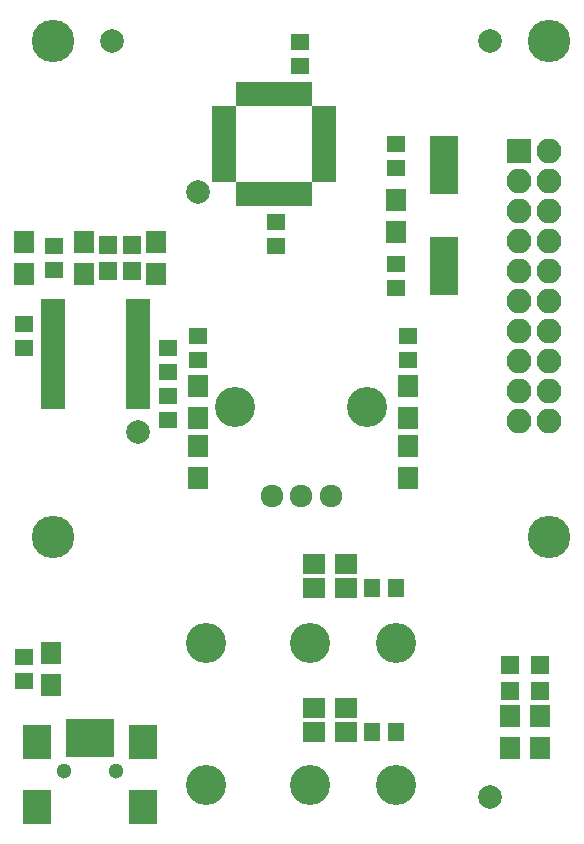
<source format=gts>
G04 #@! TF.FileFunction,Soldermask,Top*
%FSLAX46Y46*%
G04 Gerber Fmt 4.6, Leading zero omitted, Abs format (unit mm)*
G04 Created by KiCad (PCBNEW 4.0.7-e2-6376~61~ubuntu18.04.1) date Sat Nov 30 19:21:56 2019*
%MOMM*%
%LPD*%
G01*
G04 APERTURE LIST*
%ADD10C,0.100000*%
%ADD11C,2.000000*%
%ADD12R,0.900000X3.200000*%
%ADD13R,2.400000X2.900000*%
%ADD14C,1.300000*%
%ADD15C,3.600000*%
%ADD16R,1.650000X1.400000*%
%ADD17R,1.400000X1.650000*%
%ADD18R,1.700000X1.900000*%
%ADD19R,1.900000X1.700000*%
%ADD20R,2.150000X0.850000*%
%ADD21R,0.950000X2.000000*%
%ADD22R,2.000000X0.950000*%
%ADD23R,2.400000X4.900000*%
%ADD24R,1.600000X1.600000*%
%ADD25R,2.100000X2.100000*%
%ADD26O,2.100000X2.100000*%
%ADD27C,3.400000*%
%ADD28C,1.924000*%
G04 APERTURE END LIST*
D10*
D11*
X133604000Y-100584000D03*
X138684000Y-80264000D03*
X131428000Y-67500000D03*
X163428000Y-131500000D03*
D12*
X127940000Y-126490000D03*
X128740000Y-126490000D03*
X129540000Y-126490000D03*
X130340000Y-126490000D03*
X131140000Y-126490000D03*
D13*
X125090000Y-126840000D03*
X125090000Y-132340000D03*
X133990000Y-126840000D03*
X133990000Y-132340000D03*
D14*
X127340000Y-129340000D03*
X131740000Y-129340000D03*
D15*
X126428000Y-109500000D03*
X168428000Y-109500000D03*
X168428000Y-67500000D03*
D16*
X123952000Y-121650000D03*
X123952000Y-119650000D03*
X136144000Y-97552000D03*
X136144000Y-99552000D03*
X123952000Y-91456000D03*
X123952000Y-93456000D03*
X136144000Y-95488000D03*
X136144000Y-93488000D03*
X126492000Y-86852000D03*
X126492000Y-84852000D03*
X147320000Y-69580000D03*
X147320000Y-67580000D03*
X145288000Y-82820000D03*
X145288000Y-84820000D03*
X155448000Y-86376000D03*
X155448000Y-88376000D03*
X155448000Y-78216000D03*
X155448000Y-76216000D03*
X156464000Y-94472000D03*
X156464000Y-92472000D03*
D17*
X153432000Y-113792000D03*
X155432000Y-113792000D03*
D16*
X138684000Y-94472000D03*
X138684000Y-92472000D03*
D17*
X153432000Y-125984000D03*
X155432000Y-125984000D03*
D18*
X126238000Y-122000000D03*
X126238000Y-119300000D03*
X123952000Y-87202000D03*
X123952000Y-84502000D03*
X155448000Y-83646000D03*
X155448000Y-80946000D03*
D19*
X148510000Y-111760000D03*
X151210000Y-111760000D03*
X148510000Y-113792000D03*
X151210000Y-113792000D03*
D18*
X138684000Y-99394000D03*
X138684000Y-96694000D03*
X156464000Y-99394000D03*
X156464000Y-96694000D03*
X156464000Y-104474000D03*
X156464000Y-101774000D03*
X138684000Y-104474000D03*
X138684000Y-101774000D03*
D19*
X148510000Y-123952000D03*
X151210000Y-123952000D03*
X148510000Y-125984000D03*
X151210000Y-125984000D03*
D20*
X126448000Y-89755000D03*
X126448000Y-90405000D03*
X126448000Y-91055000D03*
X126448000Y-91705000D03*
X126448000Y-92355000D03*
X126448000Y-93005000D03*
X126448000Y-93655000D03*
X126448000Y-94305000D03*
X126448000Y-94955000D03*
X126448000Y-95605000D03*
X126448000Y-96255000D03*
X126448000Y-96905000D03*
X126448000Y-97555000D03*
X126448000Y-98205000D03*
X133648000Y-98205000D03*
X133648000Y-97555000D03*
X133648000Y-96905000D03*
X133648000Y-96255000D03*
X133648000Y-95605000D03*
X133648000Y-94955000D03*
X133648000Y-94305000D03*
X133648000Y-93655000D03*
X133648000Y-93005000D03*
X133648000Y-92355000D03*
X133648000Y-91705000D03*
X133648000Y-91055000D03*
X133648000Y-90405000D03*
X133648000Y-89755000D03*
D21*
X142340000Y-80468000D03*
X143140000Y-80468000D03*
X143940000Y-80468000D03*
X144740000Y-80468000D03*
X145540000Y-80468000D03*
X146340000Y-80468000D03*
X147140000Y-80468000D03*
X147940000Y-80468000D03*
D22*
X149390000Y-79018000D03*
X149390000Y-78218000D03*
X149390000Y-77418000D03*
X149390000Y-76618000D03*
X149390000Y-75818000D03*
X149390000Y-75018000D03*
X149390000Y-74218000D03*
X149390000Y-73418000D03*
D21*
X147940000Y-71968000D03*
X147140000Y-71968000D03*
X146340000Y-71968000D03*
X145540000Y-71968000D03*
X144740000Y-71968000D03*
X143940000Y-71968000D03*
X143140000Y-71968000D03*
X142340000Y-71968000D03*
D22*
X140890000Y-73418000D03*
X140890000Y-74218000D03*
X140890000Y-75018000D03*
X140890000Y-75818000D03*
X140890000Y-76618000D03*
X140890000Y-77418000D03*
X140890000Y-78218000D03*
X140890000Y-79018000D03*
D23*
X159512000Y-78046000D03*
X159512000Y-86546000D03*
D15*
X126428000Y-67500000D03*
D24*
X133096000Y-84752000D03*
X133096000Y-86952000D03*
X131064000Y-84752000D03*
X131064000Y-86952000D03*
X167640000Y-120312000D03*
X167640000Y-122512000D03*
X165100000Y-120312000D03*
X165100000Y-122512000D03*
D18*
X135128000Y-84502000D03*
X135128000Y-87202000D03*
X129032000Y-84502000D03*
X129032000Y-87202000D03*
X167640000Y-124634000D03*
X167640000Y-127334000D03*
X165100000Y-124634000D03*
X165100000Y-127334000D03*
D25*
X165888000Y-76800000D03*
D26*
X168428000Y-76800000D03*
X165888000Y-79340000D03*
X168428000Y-79340000D03*
X165888000Y-81880000D03*
X168428000Y-81880000D03*
X165888000Y-84420000D03*
X168428000Y-84420000D03*
X165888000Y-86960000D03*
X168428000Y-86960000D03*
X165888000Y-89500000D03*
X168428000Y-89500000D03*
X165888000Y-92040000D03*
X168428000Y-92040000D03*
X165888000Y-94580000D03*
X168428000Y-94580000D03*
X165888000Y-97120000D03*
X168428000Y-97120000D03*
X165888000Y-99660000D03*
X168428000Y-99660000D03*
D27*
X155478000Y-118500000D03*
X139378000Y-118500000D03*
X148178000Y-118500000D03*
X155478000Y-130500000D03*
X139378000Y-130500000D03*
X148178000Y-130500000D03*
D28*
X144928000Y-106000000D03*
X147428000Y-106000000D03*
X149928000Y-106000000D03*
D27*
X141828000Y-98500000D03*
X153028000Y-98500000D03*
D11*
X163428000Y-67500000D03*
M02*

</source>
